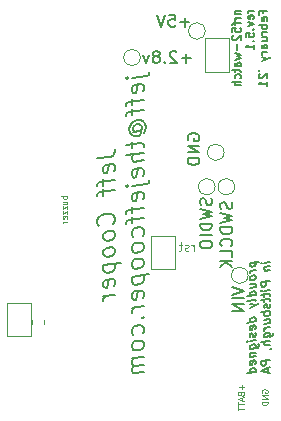
<source format=gbr>
%TF.GenerationSoftware,KiCad,Pcbnew,(5.99.0-8775-g06a515339c)*%
%TF.CreationDate,2021-02-15T16:58:29-05:00*%
%TF.ProjectId,mk2,6d6b322e-6b69-4636-9164-5f7063625858,rev?*%
%TF.SameCoordinates,Original*%
%TF.FileFunction,Legend,Bot*%
%TF.FilePolarity,Positive*%
%FSLAX46Y46*%
G04 Gerber Fmt 4.6, Leading zero omitted, Abs format (unit mm)*
G04 Created by KiCad (PCBNEW (5.99.0-8775-g06a515339c)) date 2021-02-15 16:58:29*
%MOMM*%
%LPD*%
G01*
G04 APERTURE LIST*
%ADD10C,0.100000*%
%ADD11C,0.175000*%
%ADD12C,0.150000*%
%ADD13C,0.125000*%
%ADD14C,0.187500*%
%ADD15C,0.200000*%
%ADD16C,0.120000*%
G04 APERTURE END LIST*
D10*
X27971428Y-33339285D02*
X27971428Y-32839285D01*
X27971428Y-32982142D02*
X27935714Y-32910714D01*
X27900000Y-32875000D01*
X27828571Y-32839285D01*
X27757142Y-32839285D01*
X27542857Y-33303571D02*
X27471428Y-33339285D01*
X27328571Y-33339285D01*
X27257142Y-33303571D01*
X27221428Y-33232142D01*
X27221428Y-33196428D01*
X27257142Y-33125000D01*
X27328571Y-33089285D01*
X27435714Y-33089285D01*
X27507142Y-33053571D01*
X27542857Y-32982142D01*
X27542857Y-32946428D01*
X27507142Y-32875000D01*
X27435714Y-32839285D01*
X27328571Y-32839285D01*
X27257142Y-32875000D01*
X27007142Y-32839285D02*
X26721428Y-32839285D01*
X26900000Y-32589285D02*
X26900000Y-33232142D01*
X26864285Y-33303571D01*
X26792857Y-33339285D01*
X26721428Y-33339285D01*
D11*
X31473000Y-13030416D02*
X31939666Y-13030416D01*
X31539666Y-13030416D02*
X31506333Y-13063750D01*
X31473000Y-13130416D01*
X31473000Y-13230416D01*
X31506333Y-13297083D01*
X31573000Y-13330416D01*
X31939666Y-13330416D01*
X31939666Y-13663750D02*
X31473000Y-13663750D01*
X31606333Y-13663750D02*
X31539666Y-13697083D01*
X31506333Y-13730416D01*
X31473000Y-13797083D01*
X31473000Y-13863750D01*
X31473000Y-13997083D02*
X31473000Y-14263750D01*
X31939666Y-14097083D02*
X31339666Y-14097083D01*
X31273000Y-14130416D01*
X31239666Y-14197083D01*
X31239666Y-14263750D01*
X31239666Y-14830416D02*
X31239666Y-14497083D01*
X31573000Y-14463750D01*
X31539666Y-14497083D01*
X31506333Y-14563750D01*
X31506333Y-14730416D01*
X31539666Y-14797083D01*
X31573000Y-14830416D01*
X31639666Y-14863750D01*
X31806333Y-14863750D01*
X31873000Y-14830416D01*
X31906333Y-14797083D01*
X31939666Y-14730416D01*
X31939666Y-14563750D01*
X31906333Y-14497083D01*
X31873000Y-14463750D01*
X31306333Y-15130416D02*
X31273000Y-15163750D01*
X31239666Y-15230416D01*
X31239666Y-15397083D01*
X31273000Y-15463750D01*
X31306333Y-15497083D01*
X31373000Y-15530416D01*
X31439666Y-15530416D01*
X31539666Y-15497083D01*
X31939666Y-15097083D01*
X31939666Y-15530416D01*
X31673000Y-15830416D02*
X31673000Y-16363750D01*
X31473000Y-16630416D02*
X31939666Y-16763750D01*
X31606333Y-16897083D01*
X31939666Y-17030416D01*
X31473000Y-17163750D01*
X31939666Y-17730416D02*
X31573000Y-17730416D01*
X31506333Y-17697083D01*
X31473000Y-17630416D01*
X31473000Y-17497083D01*
X31506333Y-17430416D01*
X31906333Y-17730416D02*
X31939666Y-17663750D01*
X31939666Y-17497083D01*
X31906333Y-17430416D01*
X31839666Y-17397083D01*
X31773000Y-17397083D01*
X31706333Y-17430416D01*
X31673000Y-17497083D01*
X31673000Y-17663750D01*
X31639666Y-17730416D01*
X31473000Y-17963750D02*
X31473000Y-18230416D01*
X31239666Y-18063750D02*
X31839666Y-18063750D01*
X31906333Y-18097083D01*
X31939666Y-18163750D01*
X31939666Y-18230416D01*
X31906333Y-18763750D02*
X31939666Y-18697083D01*
X31939666Y-18563750D01*
X31906333Y-18497083D01*
X31873000Y-18463750D01*
X31806333Y-18430416D01*
X31606333Y-18430416D01*
X31539666Y-18463750D01*
X31506333Y-18497083D01*
X31473000Y-18563750D01*
X31473000Y-18697083D01*
X31506333Y-18763750D01*
X31939666Y-19063750D02*
X31239666Y-19063750D01*
X31939666Y-19363750D02*
X31573000Y-19363750D01*
X31506333Y-19330416D01*
X31473000Y-19263750D01*
X31473000Y-19163750D01*
X31506333Y-19097083D01*
X31539666Y-19063750D01*
X33066666Y-13030416D02*
X32600000Y-13030416D01*
X32733333Y-13030416D02*
X32666666Y-13063750D01*
X32633333Y-13097083D01*
X32600000Y-13163750D01*
X32600000Y-13230416D01*
X33033333Y-13730416D02*
X33066666Y-13663750D01*
X33066666Y-13530416D01*
X33033333Y-13463750D01*
X32966666Y-13430416D01*
X32700000Y-13430416D01*
X32633333Y-13463750D01*
X32600000Y-13530416D01*
X32600000Y-13663750D01*
X32633333Y-13730416D01*
X32700000Y-13763750D01*
X32766666Y-13763750D01*
X32833333Y-13430416D01*
X32600000Y-13997083D02*
X33066666Y-14163750D01*
X32600000Y-14330416D01*
X33000000Y-14597083D02*
X33033333Y-14630416D01*
X33066666Y-14597083D01*
X33033333Y-14563750D01*
X33000000Y-14597083D01*
X33066666Y-14597083D01*
X32366666Y-15263750D02*
X32366666Y-14930416D01*
X32700000Y-14897083D01*
X32666666Y-14930416D01*
X32633333Y-14997083D01*
X32633333Y-15163750D01*
X32666666Y-15230416D01*
X32700000Y-15263750D01*
X32766666Y-15297083D01*
X32933333Y-15297083D01*
X33000000Y-15263750D01*
X33033333Y-15230416D01*
X33066666Y-15163750D01*
X33066666Y-14997083D01*
X33033333Y-14930416D01*
X33000000Y-14897083D01*
X33000000Y-15597083D02*
X33033333Y-15630416D01*
X33066666Y-15597083D01*
X33033333Y-15563750D01*
X33000000Y-15597083D01*
X33066666Y-15597083D01*
X33066666Y-16297083D02*
X33066666Y-15897083D01*
X33066666Y-16097083D02*
X32366666Y-16097083D01*
X32466666Y-16030416D01*
X32533333Y-15963750D01*
X32566666Y-15897083D01*
X33827000Y-13263750D02*
X33827000Y-13030416D01*
X34193666Y-13030416D02*
X33493666Y-13030416D01*
X33493666Y-13363750D01*
X34160333Y-13897083D02*
X34193666Y-13830416D01*
X34193666Y-13697083D01*
X34160333Y-13630416D01*
X34093666Y-13597083D01*
X33827000Y-13597083D01*
X33760333Y-13630416D01*
X33727000Y-13697083D01*
X33727000Y-13830416D01*
X33760333Y-13897083D01*
X33827000Y-13930416D01*
X33893666Y-13930416D01*
X33960333Y-13597083D01*
X34193666Y-14230416D02*
X33493666Y-14230416D01*
X33760333Y-14230416D02*
X33727000Y-14297083D01*
X33727000Y-14430416D01*
X33760333Y-14497083D01*
X33793666Y-14530416D01*
X33860333Y-14563750D01*
X34060333Y-14563750D01*
X34127000Y-14530416D01*
X34160333Y-14497083D01*
X34193666Y-14430416D01*
X34193666Y-14297083D01*
X34160333Y-14230416D01*
X34193666Y-14863750D02*
X33727000Y-14863750D01*
X33860333Y-14863750D02*
X33793666Y-14897083D01*
X33760333Y-14930416D01*
X33727000Y-14997083D01*
X33727000Y-15063750D01*
X33727000Y-15597083D02*
X34193666Y-15597083D01*
X33727000Y-15297083D02*
X34093666Y-15297083D01*
X34160333Y-15330416D01*
X34193666Y-15397083D01*
X34193666Y-15497083D01*
X34160333Y-15563750D01*
X34127000Y-15597083D01*
X34193666Y-16230416D02*
X33827000Y-16230416D01*
X33760333Y-16197083D01*
X33727000Y-16130416D01*
X33727000Y-15997083D01*
X33760333Y-15930416D01*
X34160333Y-16230416D02*
X34193666Y-16163750D01*
X34193666Y-15997083D01*
X34160333Y-15930416D01*
X34093666Y-15897083D01*
X34027000Y-15897083D01*
X33960333Y-15930416D01*
X33927000Y-15997083D01*
X33927000Y-16163750D01*
X33893666Y-16230416D01*
X34193666Y-16563750D02*
X33727000Y-16563750D01*
X33860333Y-16563750D02*
X33793666Y-16597083D01*
X33760333Y-16630416D01*
X33727000Y-16697083D01*
X33727000Y-16763750D01*
X33727000Y-16930416D02*
X34193666Y-17097083D01*
X33727000Y-17263750D02*
X34193666Y-17097083D01*
X34360333Y-17030416D01*
X34393666Y-16997083D01*
X34427000Y-16930416D01*
X33493666Y-18097083D02*
X33627000Y-18030416D01*
X33560333Y-18363750D02*
X33527000Y-18397083D01*
X33493666Y-18463750D01*
X33493666Y-18630416D01*
X33527000Y-18697083D01*
X33560333Y-18730416D01*
X33627000Y-18763750D01*
X33693666Y-18763750D01*
X33793666Y-18730416D01*
X34193666Y-18330416D01*
X34193666Y-18763750D01*
X34193666Y-19430416D02*
X34193666Y-19030416D01*
X34193666Y-19230416D02*
X33493666Y-19230416D01*
X33593666Y-19163750D01*
X33660333Y-19097083D01*
X33693666Y-19030416D01*
D12*
X27702380Y-17071428D02*
X26940476Y-17071428D01*
X27321428Y-17452380D02*
X27321428Y-16690476D01*
X26511904Y-16547619D02*
X26464285Y-16500000D01*
X26369047Y-16452380D01*
X26130952Y-16452380D01*
X26035714Y-16500000D01*
X25988095Y-16547619D01*
X25940476Y-16642857D01*
X25940476Y-16738095D01*
X25988095Y-16880952D01*
X26559523Y-17452380D01*
X25940476Y-17452380D01*
X25511904Y-17357142D02*
X25464285Y-17404761D01*
X25511904Y-17452380D01*
X25559523Y-17404761D01*
X25511904Y-17357142D01*
X25511904Y-17452380D01*
X24892857Y-16880952D02*
X24988095Y-16833333D01*
X25035714Y-16785714D01*
X25083333Y-16690476D01*
X25083333Y-16642857D01*
X25035714Y-16547619D01*
X24988095Y-16500000D01*
X24892857Y-16452380D01*
X24702380Y-16452380D01*
X24607142Y-16500000D01*
X24559523Y-16547619D01*
X24511904Y-16642857D01*
X24511904Y-16690476D01*
X24559523Y-16785714D01*
X24607142Y-16833333D01*
X24702380Y-16880952D01*
X24892857Y-16880952D01*
X24988095Y-16928571D01*
X25035714Y-16976190D01*
X25083333Y-17071428D01*
X25083333Y-17261904D01*
X25035714Y-17357142D01*
X24988095Y-17404761D01*
X24892857Y-17452380D01*
X24702380Y-17452380D01*
X24607142Y-17404761D01*
X24559523Y-17357142D01*
X24511904Y-17261904D01*
X24511904Y-17071428D01*
X24559523Y-16976190D01*
X24607142Y-16928571D01*
X24702380Y-16880952D01*
X24178571Y-16785714D02*
X23940476Y-17452380D01*
X23702380Y-16785714D01*
X27600114Y-13990628D02*
X26838209Y-13990628D01*
X27219161Y-14371580D02*
X27219161Y-13609676D01*
X25885828Y-13371580D02*
X26362019Y-13371580D01*
X26409638Y-13847771D01*
X26362019Y-13800152D01*
X26266780Y-13752533D01*
X26028685Y-13752533D01*
X25933447Y-13800152D01*
X25885828Y-13847771D01*
X25838209Y-13943009D01*
X25838209Y-14181104D01*
X25885828Y-14276342D01*
X25933447Y-14323961D01*
X26028685Y-14371580D01*
X26266780Y-14371580D01*
X26362019Y-14323961D01*
X26409638Y-14276342D01*
X25552495Y-13371580D02*
X25219161Y-14371580D01*
X24885828Y-13371580D01*
D13*
X17244190Y-28737857D02*
X16744190Y-28737857D01*
X16934666Y-28737857D02*
X16910857Y-28785476D01*
X16910857Y-28880714D01*
X16934666Y-28928333D01*
X16958476Y-28952142D01*
X17006095Y-28975952D01*
X17148952Y-28975952D01*
X17196571Y-28952142D01*
X17220380Y-28928333D01*
X17244190Y-28880714D01*
X17244190Y-28785476D01*
X17220380Y-28737857D01*
X16910857Y-29404523D02*
X17244190Y-29404523D01*
X16910857Y-29190238D02*
X17172761Y-29190238D01*
X17220380Y-29214047D01*
X17244190Y-29261666D01*
X17244190Y-29333095D01*
X17220380Y-29380714D01*
X17196571Y-29404523D01*
X16910857Y-29595000D02*
X16910857Y-29856904D01*
X17244190Y-29595000D01*
X17244190Y-29856904D01*
X16910857Y-29999761D02*
X16910857Y-30261666D01*
X17244190Y-29999761D01*
X17244190Y-30261666D01*
X17220380Y-30642619D02*
X17244190Y-30595000D01*
X17244190Y-30499761D01*
X17220380Y-30452142D01*
X17172761Y-30428333D01*
X16982285Y-30428333D01*
X16934666Y-30452142D01*
X16910857Y-30499761D01*
X16910857Y-30595000D01*
X16934666Y-30642619D01*
X16982285Y-30666428D01*
X17029904Y-30666428D01*
X17077523Y-30428333D01*
X17244190Y-30880714D02*
X16910857Y-30880714D01*
X17006095Y-30880714D02*
X16958476Y-30904523D01*
X16934666Y-30928333D01*
X16910857Y-30975952D01*
X16910857Y-31023571D01*
D12*
X31253180Y-36395161D02*
X32253180Y-36728495D01*
X31253180Y-37061828D01*
X32253180Y-37395161D02*
X31253180Y-37395161D01*
X32253180Y-37871352D02*
X31253180Y-37871352D01*
X32253180Y-38442780D01*
X31253180Y-38442780D01*
X27500000Y-23988095D02*
X27452380Y-23892857D01*
X27452380Y-23750000D01*
X27500000Y-23607142D01*
X27595238Y-23511904D01*
X27690476Y-23464285D01*
X27880952Y-23416666D01*
X28023809Y-23416666D01*
X28214285Y-23464285D01*
X28309523Y-23511904D01*
X28404761Y-23607142D01*
X28452380Y-23750000D01*
X28452380Y-23845238D01*
X28404761Y-23988095D01*
X28357142Y-24035714D01*
X28023809Y-24035714D01*
X28023809Y-23845238D01*
X28452380Y-24464285D02*
X27452380Y-24464285D01*
X28452380Y-25035714D01*
X27452380Y-25035714D01*
X28452380Y-25511904D02*
X27452380Y-25511904D01*
X27452380Y-25750000D01*
X27500000Y-25892857D01*
X27595238Y-25988095D01*
X27690476Y-26035714D01*
X27880952Y-26083333D01*
X28023809Y-26083333D01*
X28214285Y-26035714D01*
X28309523Y-25988095D01*
X28404761Y-25892857D01*
X28452380Y-25750000D01*
X28452380Y-25511904D01*
D14*
X32735535Y-34367410D02*
X33485535Y-34273660D01*
X32771250Y-34362946D02*
X32735535Y-34438839D01*
X32735535Y-34581696D01*
X32771250Y-34648660D01*
X32806964Y-34679910D01*
X32878392Y-34706696D01*
X33092678Y-34679910D01*
X33164107Y-34635267D01*
X33199821Y-34595089D01*
X33235535Y-34519196D01*
X33235535Y-34376339D01*
X33199821Y-34309375D01*
X33235535Y-34983482D02*
X32735535Y-35045982D01*
X32878392Y-35028125D02*
X32806964Y-35072767D01*
X32771250Y-35112946D01*
X32735535Y-35188839D01*
X32735535Y-35260267D01*
X33235535Y-35554910D02*
X33199821Y-35487946D01*
X33164107Y-35456696D01*
X33092678Y-35429910D01*
X32878392Y-35456696D01*
X32806964Y-35501339D01*
X32771250Y-35541517D01*
X32735535Y-35617410D01*
X32735535Y-35724553D01*
X32771250Y-35791517D01*
X32806964Y-35822767D01*
X32878392Y-35849553D01*
X33092678Y-35822767D01*
X33164107Y-35778125D01*
X33199821Y-35737946D01*
X33235535Y-35662053D01*
X33235535Y-35554910D01*
X32735535Y-36510267D02*
X33235535Y-36447767D01*
X32735535Y-36188839D02*
X33128392Y-36139732D01*
X33199821Y-36166517D01*
X33235535Y-36233482D01*
X33235535Y-36340625D01*
X33199821Y-36416517D01*
X33164107Y-36456696D01*
X33235535Y-37126339D02*
X32485535Y-37220089D01*
X33199821Y-37130803D02*
X33235535Y-37054910D01*
X33235535Y-36912053D01*
X33199821Y-36845089D01*
X33164107Y-36813839D01*
X33092678Y-36787053D01*
X32878392Y-36813839D01*
X32806964Y-36858482D01*
X32771250Y-36898660D01*
X32735535Y-36974553D01*
X32735535Y-37117410D01*
X32771250Y-37184375D01*
X33235535Y-37590625D02*
X33199821Y-37523660D01*
X33128392Y-37496875D01*
X32485535Y-37577232D01*
X32735535Y-37867410D02*
X33235535Y-37983482D01*
X32735535Y-38224553D02*
X33235535Y-37983482D01*
X33414107Y-37889732D01*
X33449821Y-37849553D01*
X33485535Y-37773660D01*
X33235535Y-39340625D02*
X32485535Y-39434375D01*
X33199821Y-39345089D02*
X33235535Y-39269196D01*
X33235535Y-39126339D01*
X33199821Y-39059375D01*
X33164107Y-39028125D01*
X33092678Y-39001339D01*
X32878392Y-39028125D01*
X32806964Y-39072767D01*
X32771250Y-39112946D01*
X32735535Y-39188839D01*
X32735535Y-39331696D01*
X32771250Y-39398660D01*
X33199821Y-39987946D02*
X33235535Y-39912053D01*
X33235535Y-39769196D01*
X33199821Y-39702232D01*
X33128392Y-39675446D01*
X32842678Y-39711160D01*
X32771250Y-39755803D01*
X32735535Y-39831696D01*
X32735535Y-39974553D01*
X32771250Y-40041517D01*
X32842678Y-40068303D01*
X32914107Y-40059375D01*
X32985535Y-39693303D01*
X33199821Y-40309375D02*
X33235535Y-40376339D01*
X33235535Y-40519196D01*
X33199821Y-40595089D01*
X33128392Y-40639732D01*
X33092678Y-40644196D01*
X33021250Y-40617410D01*
X32985535Y-40550446D01*
X32985535Y-40443303D01*
X32949821Y-40376339D01*
X32878392Y-40349553D01*
X32842678Y-40354017D01*
X32771250Y-40398660D01*
X32735535Y-40474553D01*
X32735535Y-40581696D01*
X32771250Y-40648660D01*
X33235535Y-40947767D02*
X32735535Y-41010267D01*
X32485535Y-41041517D02*
X32521250Y-41001339D01*
X32556964Y-41032589D01*
X32521250Y-41072767D01*
X32485535Y-41041517D01*
X32556964Y-41032589D01*
X32735535Y-41688839D02*
X33342678Y-41612946D01*
X33414107Y-41568303D01*
X33449821Y-41528125D01*
X33485535Y-41452232D01*
X33485535Y-41345089D01*
X33449821Y-41278125D01*
X33199821Y-41630803D02*
X33235535Y-41554910D01*
X33235535Y-41412053D01*
X33199821Y-41345089D01*
X33164107Y-41313839D01*
X33092678Y-41287053D01*
X32878392Y-41313839D01*
X32806964Y-41358482D01*
X32771250Y-41398660D01*
X32735535Y-41474553D01*
X32735535Y-41617410D01*
X32771250Y-41684375D01*
X32735535Y-42045982D02*
X33235535Y-41983482D01*
X32806964Y-42037053D02*
X32771250Y-42077232D01*
X32735535Y-42153125D01*
X32735535Y-42260267D01*
X32771250Y-42327232D01*
X32842678Y-42354017D01*
X33235535Y-42304910D01*
X33199821Y-42952232D02*
X33235535Y-42876339D01*
X33235535Y-42733482D01*
X33199821Y-42666517D01*
X33128392Y-42639732D01*
X32842678Y-42675446D01*
X32771250Y-42720089D01*
X32735535Y-42795982D01*
X32735535Y-42938839D01*
X32771250Y-43005803D01*
X32842678Y-43032589D01*
X32914107Y-43023660D01*
X32985535Y-42657589D01*
X33235535Y-43626339D02*
X32485535Y-43720089D01*
X33199821Y-43630803D02*
X33235535Y-43554910D01*
X33235535Y-43412053D01*
X33199821Y-43345089D01*
X33164107Y-43313839D01*
X33092678Y-43287053D01*
X32878392Y-43313839D01*
X32806964Y-43358482D01*
X32771250Y-43398660D01*
X32735535Y-43474553D01*
X32735535Y-43617410D01*
X32771250Y-43684375D01*
X34443035Y-34304910D02*
X33943035Y-34367410D01*
X33693035Y-34398660D02*
X33728750Y-34358482D01*
X33764464Y-34389732D01*
X33728750Y-34429910D01*
X33693035Y-34398660D01*
X33764464Y-34389732D01*
X33943035Y-34724553D02*
X34443035Y-34662053D01*
X34014464Y-34715625D02*
X33978750Y-34755803D01*
X33943035Y-34831696D01*
X33943035Y-34938839D01*
X33978750Y-35005803D01*
X34050178Y-35032589D01*
X34443035Y-34983482D01*
X34443035Y-35912053D02*
X33693035Y-36005803D01*
X33693035Y-36291517D01*
X33728750Y-36358482D01*
X33764464Y-36389732D01*
X33835892Y-36416517D01*
X33943035Y-36403125D01*
X34014464Y-36358482D01*
X34050178Y-36318303D01*
X34085892Y-36242410D01*
X34085892Y-35956696D01*
X34443035Y-36662053D02*
X33943035Y-36724553D01*
X33693035Y-36755803D02*
X33728750Y-36715625D01*
X33764464Y-36746875D01*
X33728750Y-36787053D01*
X33693035Y-36755803D01*
X33764464Y-36746875D01*
X33943035Y-36974553D02*
X33943035Y-37260267D01*
X33693035Y-37112946D02*
X34335892Y-37032589D01*
X34407321Y-37059375D01*
X34443035Y-37126339D01*
X34443035Y-37197767D01*
X33943035Y-37403125D02*
X33943035Y-37688839D01*
X33693035Y-37541517D02*
X34335892Y-37461160D01*
X34407321Y-37487946D01*
X34443035Y-37554910D01*
X34443035Y-37626339D01*
X34407321Y-37845089D02*
X34443035Y-37912053D01*
X34443035Y-38054910D01*
X34407321Y-38130803D01*
X34335892Y-38175446D01*
X34300178Y-38179910D01*
X34228750Y-38153125D01*
X34193035Y-38086160D01*
X34193035Y-37979017D01*
X34157321Y-37912053D01*
X34085892Y-37885267D01*
X34050178Y-37889732D01*
X33978750Y-37934375D01*
X33943035Y-38010267D01*
X33943035Y-38117410D01*
X33978750Y-38184375D01*
X34443035Y-38483482D02*
X33693035Y-38577232D01*
X33978750Y-38541517D02*
X33943035Y-38617410D01*
X33943035Y-38760267D01*
X33978750Y-38827232D01*
X34014464Y-38858482D01*
X34085892Y-38885267D01*
X34300178Y-38858482D01*
X34371607Y-38813839D01*
X34407321Y-38773660D01*
X34443035Y-38697767D01*
X34443035Y-38554910D01*
X34407321Y-38487946D01*
X33943035Y-39545982D02*
X34443035Y-39483482D01*
X33943035Y-39224553D02*
X34335892Y-39175446D01*
X34407321Y-39202232D01*
X34443035Y-39269196D01*
X34443035Y-39376339D01*
X34407321Y-39452232D01*
X34371607Y-39492410D01*
X34443035Y-39840625D02*
X33943035Y-39903125D01*
X34085892Y-39885267D02*
X34014464Y-39929910D01*
X33978750Y-39970089D01*
X33943035Y-40045982D01*
X33943035Y-40117410D01*
X33943035Y-40688839D02*
X34550178Y-40612946D01*
X34621607Y-40568303D01*
X34657321Y-40528125D01*
X34693035Y-40452232D01*
X34693035Y-40345089D01*
X34657321Y-40278125D01*
X34407321Y-40630803D02*
X34443035Y-40554910D01*
X34443035Y-40412053D01*
X34407321Y-40345089D01*
X34371607Y-40313839D01*
X34300178Y-40287053D01*
X34085892Y-40313839D01*
X34014464Y-40358482D01*
X33978750Y-40398660D01*
X33943035Y-40474553D01*
X33943035Y-40617410D01*
X33978750Y-40684375D01*
X34443035Y-40983482D02*
X33693035Y-41077232D01*
X34443035Y-41304910D02*
X34050178Y-41354017D01*
X33978750Y-41327232D01*
X33943035Y-41260267D01*
X33943035Y-41153125D01*
X33978750Y-41077232D01*
X34014464Y-41037053D01*
X34407321Y-41702232D02*
X34443035Y-41697767D01*
X34514464Y-41653125D01*
X34550178Y-41612946D01*
X34443035Y-42590625D02*
X33693035Y-42684375D01*
X33693035Y-42970089D01*
X33728750Y-43037053D01*
X33764464Y-43068303D01*
X33835892Y-43095089D01*
X33943035Y-43081696D01*
X34014464Y-43037053D01*
X34050178Y-42996875D01*
X34085892Y-42920982D01*
X34085892Y-42635267D01*
X34228750Y-43331696D02*
X34228750Y-43688839D01*
X34443035Y-43233482D02*
X33693035Y-43577232D01*
X34443035Y-43733482D01*
D13*
X32035714Y-44714285D02*
X32035714Y-45095238D01*
X32226190Y-44904761D02*
X31845238Y-44904761D01*
X31964285Y-45500000D02*
X31988095Y-45571428D01*
X32011904Y-45595238D01*
X32059523Y-45619047D01*
X32130952Y-45619047D01*
X32178571Y-45595238D01*
X32202380Y-45571428D01*
X32226190Y-45523809D01*
X32226190Y-45333333D01*
X31726190Y-45333333D01*
X31726190Y-45500000D01*
X31750000Y-45547619D01*
X31773809Y-45571428D01*
X31821428Y-45595238D01*
X31869047Y-45595238D01*
X31916666Y-45571428D01*
X31940476Y-45547619D01*
X31964285Y-45500000D01*
X31964285Y-45333333D01*
X32083333Y-45809523D02*
X32083333Y-46047619D01*
X32226190Y-45761904D02*
X31726190Y-45928571D01*
X32226190Y-46095238D01*
X31726190Y-46190476D02*
X31726190Y-46476190D01*
X32226190Y-46333333D02*
X31726190Y-46333333D01*
X31726190Y-46571428D02*
X31726190Y-46857142D01*
X32226190Y-46714285D02*
X31726190Y-46714285D01*
D12*
X31189561Y-29242095D02*
X31237180Y-29384952D01*
X31237180Y-29623047D01*
X31189561Y-29718285D01*
X31141942Y-29765904D01*
X31046704Y-29813523D01*
X30951466Y-29813523D01*
X30856228Y-29765904D01*
X30808609Y-29718285D01*
X30760990Y-29623047D01*
X30713371Y-29432571D01*
X30665752Y-29337333D01*
X30618133Y-29289714D01*
X30522895Y-29242095D01*
X30427657Y-29242095D01*
X30332419Y-29289714D01*
X30284800Y-29337333D01*
X30237180Y-29432571D01*
X30237180Y-29670666D01*
X30284800Y-29813523D01*
X30237180Y-30146857D02*
X31237180Y-30384952D01*
X30522895Y-30575428D01*
X31237180Y-30765904D01*
X30237180Y-31004000D01*
X31237180Y-31384952D02*
X30237180Y-31384952D01*
X30237180Y-31623047D01*
X30284800Y-31765904D01*
X30380038Y-31861142D01*
X30475276Y-31908761D01*
X30665752Y-31956380D01*
X30808609Y-31956380D01*
X30999085Y-31908761D01*
X31094323Y-31861142D01*
X31189561Y-31765904D01*
X31237180Y-31623047D01*
X31237180Y-31384952D01*
X31141942Y-32956380D02*
X31189561Y-32908761D01*
X31237180Y-32765904D01*
X31237180Y-32670666D01*
X31189561Y-32527809D01*
X31094323Y-32432571D01*
X30999085Y-32384952D01*
X30808609Y-32337333D01*
X30665752Y-32337333D01*
X30475276Y-32384952D01*
X30380038Y-32432571D01*
X30284800Y-32527809D01*
X30237180Y-32670666D01*
X30237180Y-32765904D01*
X30284800Y-32908761D01*
X30332419Y-32956380D01*
X31237180Y-33861142D02*
X31237180Y-33384952D01*
X30237180Y-33384952D01*
X31237180Y-34194476D02*
X30237180Y-34194476D01*
X31237180Y-34765904D02*
X30665752Y-34337333D01*
X30237180Y-34765904D02*
X30808609Y-34194476D01*
X29462361Y-28919752D02*
X29509980Y-29062609D01*
X29509980Y-29300704D01*
X29462361Y-29395942D01*
X29414742Y-29443561D01*
X29319504Y-29491180D01*
X29224266Y-29491180D01*
X29129028Y-29443561D01*
X29081409Y-29395942D01*
X29033790Y-29300704D01*
X28986171Y-29110228D01*
X28938552Y-29014990D01*
X28890933Y-28967371D01*
X28795695Y-28919752D01*
X28700457Y-28919752D01*
X28605219Y-28967371D01*
X28557600Y-29014990D01*
X28509980Y-29110228D01*
X28509980Y-29348323D01*
X28557600Y-29491180D01*
X28509980Y-29824514D02*
X29509980Y-30062609D01*
X28795695Y-30253085D01*
X29509980Y-30443561D01*
X28509980Y-30681657D01*
X29509980Y-31062609D02*
X28509980Y-31062609D01*
X28509980Y-31300704D01*
X28557600Y-31443561D01*
X28652838Y-31538800D01*
X28748076Y-31586419D01*
X28938552Y-31634038D01*
X29081409Y-31634038D01*
X29271885Y-31586419D01*
X29367123Y-31538800D01*
X29462361Y-31443561D01*
X29509980Y-31300704D01*
X29509980Y-31062609D01*
X29509980Y-32062609D02*
X28509980Y-32062609D01*
X28509980Y-32729276D02*
X28509980Y-32919752D01*
X28557600Y-33014990D01*
X28652838Y-33110228D01*
X28843314Y-33157847D01*
X29176647Y-33157847D01*
X29367123Y-33110228D01*
X29462361Y-33014990D01*
X29509980Y-32919752D01*
X29509980Y-32729276D01*
X29462361Y-32634038D01*
X29367123Y-32538800D01*
X29176647Y-32491180D01*
X28843314Y-32491180D01*
X28652838Y-32538800D01*
X28557600Y-32634038D01*
X28509980Y-32729276D01*
D15*
X19815071Y-25537491D02*
X20886500Y-25403562D01*
X21100785Y-25305348D01*
X21243642Y-25144633D01*
X21315071Y-24921419D01*
X21315071Y-24778562D01*
X21243642Y-26644633D02*
X21315071Y-26492848D01*
X21315071Y-26207133D01*
X21243642Y-26073205D01*
X21100785Y-26019633D01*
X20529357Y-26091062D01*
X20386500Y-26180348D01*
X20315071Y-26332133D01*
X20315071Y-26617848D01*
X20386500Y-26751776D01*
X20529357Y-26805348D01*
X20672214Y-26787491D01*
X20815071Y-26055348D01*
X20315071Y-27260705D02*
X20315071Y-27832133D01*
X21315071Y-27349991D02*
X20029357Y-27510705D01*
X19886500Y-27599991D01*
X19815071Y-27751776D01*
X19815071Y-27894633D01*
X20315071Y-28117848D02*
X20315071Y-28689276D01*
X21315071Y-28207133D02*
X20029357Y-28367848D01*
X19886500Y-28457133D01*
X19815071Y-28608919D01*
X19815071Y-28751776D01*
X21172214Y-31082133D02*
X21243642Y-31001776D01*
X21315071Y-30778562D01*
X21315071Y-30635705D01*
X21243642Y-30430348D01*
X21100785Y-30305348D01*
X20957928Y-30251776D01*
X20672214Y-30216062D01*
X20457928Y-30242848D01*
X20172214Y-30349991D01*
X20029357Y-30439276D01*
X19886500Y-30599991D01*
X19815071Y-30823205D01*
X19815071Y-30966062D01*
X19886500Y-31171419D01*
X19957928Y-31233919D01*
X21315071Y-31921419D02*
X21243642Y-31787491D01*
X21172214Y-31724991D01*
X21029357Y-31671419D01*
X20600785Y-31724991D01*
X20457928Y-31814276D01*
X20386500Y-31894633D01*
X20315071Y-32046419D01*
X20315071Y-32260705D01*
X20386500Y-32394633D01*
X20457928Y-32457133D01*
X20600785Y-32510705D01*
X21029357Y-32457133D01*
X21172214Y-32367848D01*
X21243642Y-32287491D01*
X21315071Y-32135705D01*
X21315071Y-31921419D01*
X21315071Y-33278562D02*
X21243642Y-33144633D01*
X21172214Y-33082133D01*
X21029357Y-33028562D01*
X20600785Y-33082133D01*
X20457928Y-33171419D01*
X20386500Y-33251776D01*
X20315071Y-33403562D01*
X20315071Y-33617848D01*
X20386500Y-33751776D01*
X20457928Y-33814276D01*
X20600785Y-33867848D01*
X21029357Y-33814276D01*
X21172214Y-33724991D01*
X21243642Y-33644633D01*
X21315071Y-33492848D01*
X21315071Y-33278562D01*
X20315071Y-34546419D02*
X21815071Y-34358919D01*
X20386500Y-34537491D02*
X20315071Y-34689276D01*
X20315071Y-34974991D01*
X20386500Y-35108919D01*
X20457928Y-35171419D01*
X20600785Y-35224991D01*
X21029357Y-35171419D01*
X21172214Y-35082133D01*
X21243642Y-35001776D01*
X21315071Y-34849991D01*
X21315071Y-34564276D01*
X21243642Y-34430348D01*
X21243642Y-36358919D02*
X21315071Y-36207133D01*
X21315071Y-35921419D01*
X21243642Y-35787491D01*
X21100785Y-35733919D01*
X20529357Y-35805348D01*
X20386500Y-35894633D01*
X20315071Y-36046419D01*
X20315071Y-36332133D01*
X20386500Y-36466062D01*
X20529357Y-36519633D01*
X20672214Y-36501776D01*
X20815071Y-35769633D01*
X21315071Y-37064276D02*
X20315071Y-37189276D01*
X20600785Y-37153562D02*
X20457928Y-37242848D01*
X20386500Y-37323205D01*
X20315071Y-37474991D01*
X20315071Y-37617848D01*
X22730071Y-18689276D02*
X24015785Y-18528562D01*
X24158642Y-18439276D01*
X24230071Y-18287491D01*
X24230071Y-18216062D01*
X22230071Y-18751776D02*
X22301500Y-18671419D01*
X22372928Y-18733919D01*
X22301500Y-18814276D01*
X22230071Y-18751776D01*
X22372928Y-18733919D01*
X23658642Y-19858919D02*
X23730071Y-19707133D01*
X23730071Y-19421419D01*
X23658642Y-19287491D01*
X23515785Y-19233919D01*
X22944357Y-19305348D01*
X22801500Y-19394633D01*
X22730071Y-19546419D01*
X22730071Y-19832133D01*
X22801500Y-19966062D01*
X22944357Y-20019633D01*
X23087214Y-20001776D01*
X23230071Y-19269633D01*
X22730071Y-20474991D02*
X22730071Y-21046419D01*
X23730071Y-20564276D02*
X22444357Y-20724991D01*
X22301500Y-20814276D01*
X22230071Y-20966062D01*
X22230071Y-21108919D01*
X22730071Y-21332133D02*
X22730071Y-21903562D01*
X23730071Y-21421419D02*
X22444357Y-21582133D01*
X22301500Y-21671419D01*
X22230071Y-21823205D01*
X22230071Y-21966062D01*
X23015785Y-23296419D02*
X22944357Y-23233919D01*
X22872928Y-23099991D01*
X22872928Y-22957133D01*
X22944357Y-22805348D01*
X23015785Y-22724991D01*
X23158642Y-22635705D01*
X23301500Y-22617848D01*
X23444357Y-22671419D01*
X23515785Y-22733919D01*
X23587214Y-22867848D01*
X23587214Y-23010705D01*
X23515785Y-23162491D01*
X23444357Y-23242848D01*
X22872928Y-23314276D02*
X23444357Y-23242848D01*
X23515785Y-23305348D01*
X23515785Y-23376776D01*
X23444357Y-23528562D01*
X23301500Y-23617848D01*
X22944357Y-23662491D01*
X22730071Y-23546419D01*
X22587214Y-23349991D01*
X22515785Y-23073205D01*
X22587214Y-22778562D01*
X22730071Y-22546419D01*
X22944357Y-22376776D01*
X23230071Y-22269633D01*
X23515785Y-22305348D01*
X23730071Y-22421419D01*
X23872928Y-22617848D01*
X23944357Y-22894633D01*
X23872928Y-23189276D01*
X23730071Y-23421419D01*
X22730071Y-24117848D02*
X22730071Y-24689276D01*
X22230071Y-24394633D02*
X23515785Y-24233919D01*
X23658642Y-24287491D01*
X23730071Y-24421419D01*
X23730071Y-24564276D01*
X23730071Y-25064276D02*
X22230071Y-25251776D01*
X23730071Y-25707133D02*
X22944357Y-25805348D01*
X22801500Y-25751776D01*
X22730071Y-25617848D01*
X22730071Y-25403562D01*
X22801500Y-25251776D01*
X22872928Y-25171419D01*
X23658642Y-27001776D02*
X23730071Y-26849991D01*
X23730071Y-26564276D01*
X23658642Y-26430348D01*
X23515785Y-26376776D01*
X22944357Y-26448205D01*
X22801500Y-26537491D01*
X22730071Y-26689276D01*
X22730071Y-26974991D01*
X22801500Y-27108919D01*
X22944357Y-27162491D01*
X23087214Y-27144633D01*
X23230071Y-26412491D01*
X22730071Y-27832133D02*
X24015785Y-27671419D01*
X24158642Y-27582133D01*
X24230071Y-27430348D01*
X24230071Y-27358919D01*
X22230071Y-27894633D02*
X22301500Y-27814276D01*
X22372928Y-27876776D01*
X22301500Y-27957133D01*
X22230071Y-27894633D01*
X22372928Y-27876776D01*
X23658642Y-29001776D02*
X23730071Y-28849991D01*
X23730071Y-28564276D01*
X23658642Y-28430348D01*
X23515785Y-28376776D01*
X22944357Y-28448205D01*
X22801500Y-28537491D01*
X22730071Y-28689276D01*
X22730071Y-28974991D01*
X22801500Y-29108919D01*
X22944357Y-29162491D01*
X23087214Y-29144633D01*
X23230071Y-28412491D01*
X22730071Y-29617848D02*
X22730071Y-30189276D01*
X23730071Y-29707133D02*
X22444357Y-29867848D01*
X22301500Y-29957133D01*
X22230071Y-30108919D01*
X22230071Y-30251776D01*
X22730071Y-30474991D02*
X22730071Y-31046419D01*
X23730071Y-30564276D02*
X22444357Y-30724991D01*
X22301500Y-30814276D01*
X22230071Y-30966062D01*
X22230071Y-31108919D01*
X23658642Y-32073205D02*
X23730071Y-31921419D01*
X23730071Y-31635705D01*
X23658642Y-31501776D01*
X23587214Y-31439276D01*
X23444357Y-31385705D01*
X23015785Y-31439276D01*
X22872928Y-31528562D01*
X22801500Y-31608919D01*
X22730071Y-31760705D01*
X22730071Y-32046419D01*
X22801500Y-32180348D01*
X23730071Y-32921419D02*
X23658642Y-32787491D01*
X23587214Y-32724991D01*
X23444357Y-32671419D01*
X23015785Y-32724991D01*
X22872928Y-32814276D01*
X22801500Y-32894633D01*
X22730071Y-33046419D01*
X22730071Y-33260705D01*
X22801500Y-33394633D01*
X22872928Y-33457133D01*
X23015785Y-33510705D01*
X23444357Y-33457133D01*
X23587214Y-33367848D01*
X23658642Y-33287491D01*
X23730071Y-33135705D01*
X23730071Y-32921419D01*
X23730071Y-34278562D02*
X23658642Y-34144633D01*
X23587214Y-34082133D01*
X23444357Y-34028562D01*
X23015785Y-34082133D01*
X22872928Y-34171419D01*
X22801500Y-34251776D01*
X22730071Y-34403562D01*
X22730071Y-34617848D01*
X22801500Y-34751776D01*
X22872928Y-34814276D01*
X23015785Y-34867848D01*
X23444357Y-34814276D01*
X23587214Y-34724991D01*
X23658642Y-34644633D01*
X23730071Y-34492848D01*
X23730071Y-34278562D01*
X22730071Y-35546419D02*
X24230071Y-35358919D01*
X22801500Y-35537491D02*
X22730071Y-35689276D01*
X22730071Y-35974991D01*
X22801500Y-36108919D01*
X22872928Y-36171419D01*
X23015785Y-36224991D01*
X23444357Y-36171419D01*
X23587214Y-36082133D01*
X23658642Y-36001776D01*
X23730071Y-35849991D01*
X23730071Y-35564276D01*
X23658642Y-35430348D01*
X23658642Y-37358919D02*
X23730071Y-37207133D01*
X23730071Y-36921419D01*
X23658642Y-36787491D01*
X23515785Y-36733919D01*
X22944357Y-36805348D01*
X22801500Y-36894633D01*
X22730071Y-37046419D01*
X22730071Y-37332133D01*
X22801500Y-37466062D01*
X22944357Y-37519633D01*
X23087214Y-37501776D01*
X23230071Y-36769633D01*
X23730071Y-38064276D02*
X22730071Y-38189276D01*
X23015785Y-38153562D02*
X22872928Y-38242848D01*
X22801500Y-38323205D01*
X22730071Y-38474991D01*
X22730071Y-38617848D01*
X23587214Y-39010705D02*
X23658642Y-39073205D01*
X23730071Y-38992848D01*
X23658642Y-38930348D01*
X23587214Y-39010705D01*
X23730071Y-38992848D01*
X23658642Y-40358919D02*
X23730071Y-40207133D01*
X23730071Y-39921419D01*
X23658642Y-39787491D01*
X23587214Y-39724991D01*
X23444357Y-39671419D01*
X23015785Y-39724991D01*
X22872928Y-39814276D01*
X22801500Y-39894633D01*
X22730071Y-40046419D01*
X22730071Y-40332133D01*
X22801500Y-40466062D01*
X23730071Y-41207133D02*
X23658642Y-41073205D01*
X23587214Y-41010705D01*
X23444357Y-40957133D01*
X23015785Y-41010705D01*
X22872928Y-41099991D01*
X22801500Y-41180348D01*
X22730071Y-41332133D01*
X22730071Y-41546419D01*
X22801500Y-41680348D01*
X22872928Y-41742848D01*
X23015785Y-41796419D01*
X23444357Y-41742848D01*
X23587214Y-41653562D01*
X23658642Y-41573205D01*
X23730071Y-41421419D01*
X23730071Y-41207133D01*
X23730071Y-42349991D02*
X22730071Y-42474991D01*
X22872928Y-42457133D02*
X22801500Y-42537491D01*
X22730071Y-42689276D01*
X22730071Y-42903562D01*
X22801500Y-43037491D01*
X22944357Y-43091062D01*
X23730071Y-42992848D01*
X22944357Y-43091062D02*
X22801500Y-43180348D01*
X22730071Y-43332133D01*
X22730071Y-43546419D01*
X22801500Y-43680348D01*
X22944357Y-43733919D01*
X23730071Y-43635705D01*
D13*
X33750000Y-45369047D02*
X33726190Y-45321428D01*
X33726190Y-45250000D01*
X33750000Y-45178571D01*
X33797619Y-45130952D01*
X33845238Y-45107142D01*
X33940476Y-45083333D01*
X34011904Y-45083333D01*
X34107142Y-45107142D01*
X34154761Y-45130952D01*
X34202380Y-45178571D01*
X34226190Y-45250000D01*
X34226190Y-45297619D01*
X34202380Y-45369047D01*
X34178571Y-45392857D01*
X34011904Y-45392857D01*
X34011904Y-45297619D01*
X34226190Y-45607142D02*
X33726190Y-45607142D01*
X34226190Y-45892857D01*
X33726190Y-45892857D01*
X34226190Y-46130952D02*
X33726190Y-46130952D01*
X33726190Y-46250000D01*
X33750000Y-46321428D01*
X33797619Y-46369047D01*
X33845238Y-46392857D01*
X33940476Y-46416666D01*
X34011904Y-46416666D01*
X34107142Y-46392857D01*
X34154761Y-46369047D01*
X34202380Y-46321428D01*
X34226190Y-46250000D01*
X34226190Y-46130952D01*
D16*
%TO.C,JP3*%
X12200000Y-37800000D02*
X12200000Y-40600000D01*
X12200000Y-40600000D02*
X14200000Y-40600000D01*
X14200000Y-40600000D02*
X14200000Y-37800000D01*
X14200000Y-37800000D02*
X12200000Y-37800000D01*
%TO.C,R1*%
X14290000Y-39562779D02*
X14290000Y-39237221D01*
X15310000Y-39562779D02*
X15310000Y-39237221D01*
%TO.C,JP2*%
X26400000Y-34928000D02*
X26400000Y-32128000D01*
X26400000Y-32128000D02*
X24400000Y-32128000D01*
X24400000Y-34928000D02*
X26400000Y-34928000D01*
X24400000Y-32128000D02*
X24400000Y-34928000D01*
%TO.C,TP5*%
X32577000Y-35433000D02*
G75*
G03*
X32577000Y-35433000I-700000J0D01*
G01*
%TO.C,TP1*%
X30545000Y-25019000D02*
G75*
G03*
X30545000Y-25019000I-700000J0D01*
G01*
%TO.C,TP3*%
X23450000Y-17000000D02*
G75*
G03*
X23450000Y-17000000I-700000J0D01*
G01*
%TO.C,TP6*%
X28950000Y-14750000D02*
G75*
G03*
X28950000Y-14750000I-700000J0D01*
G01*
%TO.C,TP4*%
X29783000Y-27940000D02*
G75*
G03*
X29783000Y-27940000I-700000J0D01*
G01*
%TO.C,TP2*%
X31434000Y-27940000D02*
G75*
G03*
X31434000Y-27940000I-700000J0D01*
G01*
%TO.C,JP1*%
X30972000Y-15379000D02*
X28972000Y-15379000D01*
X30972000Y-18179000D02*
X30972000Y-15379000D01*
X28972000Y-18179000D02*
X30972000Y-18179000D01*
X28972000Y-15379000D02*
X28972000Y-18179000D01*
%TD*%
M02*

</source>
